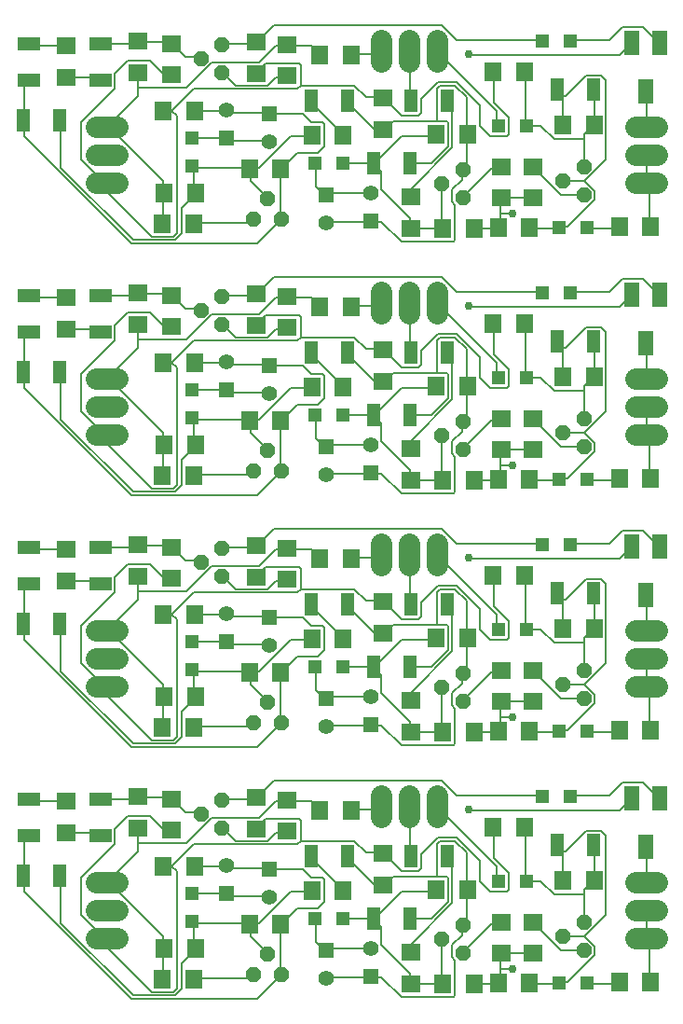
<source format=gbr>
G04 EAGLE Gerber X2 export*
%TF.Part,Single*%
%TF.FileFunction,Copper,L1,Top,Mixed*%
%TF.FilePolarity,Positive*%
%TF.GenerationSoftware,Autodesk,EAGLE,9.2.2*%
%TF.CreationDate,2019-06-08T20:53:53Z*%
G75*
%MOMM*%
%FSLAX34Y34*%
%LPD*%
%INTop Copper*%
%AMOC8*
5,1,8,0,0,1.08239X$1,22.5*%
G01*
%ADD10C,1.408000*%
%ADD11R,1.408000X1.408000*%
%ADD12R,1.320800X2.184400*%
%ADD13C,1.955800*%
%ADD14R,1.600000X1.803000*%
%ADD15P,1.429621X8X112.500000*%
%ADD16P,1.429621X8X22.500000*%
%ADD17R,1.270000X1.270000*%
%ADD18R,1.803000X1.600000*%
%ADD19R,1.270000X2.032000*%
%ADD20R,2.032000X1.270000*%
%ADD21C,0.152400*%
%ADD22C,0.756400*%
%ADD23C,0.203200*%


D10*
X298615Y717146D03*
D11*
X298615Y742546D03*
D10*
X339472Y744487D03*
D11*
X339472Y719087D03*
D12*
X601787Y880830D03*
X589057Y836830D03*
X576327Y880830D03*
D13*
X579642Y804522D02*
X599200Y804522D01*
X599200Y779122D02*
X579642Y779122D01*
X579642Y753722D02*
X599200Y753722D01*
X109200Y804522D02*
X89642Y804522D01*
X89642Y779122D02*
X109200Y779122D01*
X109200Y753722D02*
X89642Y753722D01*
X348621Y863661D02*
X348621Y883219D01*
X374021Y883219D02*
X374021Y863661D01*
X399421Y863661D02*
X399421Y883219D01*
D14*
X565495Y713601D03*
X593935Y713601D03*
D15*
X533395Y767642D03*
X514345Y754942D03*
X533395Y742242D03*
D16*
X258461Y720337D03*
X245761Y739387D03*
X233061Y720337D03*
D15*
X204440Y878962D03*
X185390Y866262D03*
X204440Y853562D03*
D14*
X542379Y805644D03*
X513939Y805644D03*
X483797Y712811D03*
X455357Y712811D03*
D17*
X510728Y712430D03*
X536128Y712430D03*
D18*
X486570Y768225D03*
X486570Y739785D03*
D14*
X450903Y854026D03*
X479343Y854026D03*
D17*
X480577Y805295D03*
X455177Y805295D03*
D14*
X321582Y869328D03*
X293142Y869328D03*
D15*
X423322Y765234D03*
X404272Y752534D03*
X423322Y739834D03*
D18*
X376223Y712118D03*
X376223Y740558D03*
D14*
X405090Y712041D03*
X433530Y712041D03*
D18*
X458012Y768085D03*
X458012Y739645D03*
D14*
X427537Y797357D03*
X399097Y797357D03*
D17*
X288636Y770849D03*
X314036Y770849D03*
D18*
X350887Y830336D03*
X350887Y801896D03*
D14*
X286091Y796837D03*
X314531Y796837D03*
X257725Y766564D03*
X229285Y766564D03*
D10*
X246973Y790621D03*
D11*
X246973Y816021D03*
D10*
X208486Y819620D03*
D11*
X208486Y794220D03*
D14*
X150776Y818570D03*
X179216Y818570D03*
D17*
X177047Y794321D03*
X177047Y768921D03*
D14*
X180310Y744151D03*
X151870Y744151D03*
X178589Y715925D03*
X150149Y715925D03*
D18*
X62755Y849417D03*
X62755Y877857D03*
X263686Y850585D03*
X263686Y879025D03*
X235410Y852666D03*
X235410Y881106D03*
X158383Y851625D03*
X158383Y880065D03*
X128169Y881928D03*
X128169Y853488D03*
D17*
X495477Y882452D03*
X520877Y882452D03*
D19*
X508738Y837939D03*
X541758Y837939D03*
X375799Y827955D03*
X408819Y827955D03*
X342060Y770974D03*
X375080Y770974D03*
X318301Y827805D03*
X285281Y827805D03*
X56760Y810298D03*
X23740Y810298D03*
D20*
X29014Y846780D03*
X29014Y879800D03*
X93747Y846786D03*
X93747Y879806D03*
D10*
X298615Y488546D03*
D11*
X298615Y513946D03*
D10*
X339472Y515887D03*
D11*
X339472Y490487D03*
D12*
X601787Y652230D03*
X589057Y608230D03*
X576327Y652230D03*
D13*
X579642Y575922D02*
X599200Y575922D01*
X599200Y550522D02*
X579642Y550522D01*
X579642Y525122D02*
X599200Y525122D01*
X109200Y575922D02*
X89642Y575922D01*
X89642Y550522D02*
X109200Y550522D01*
X109200Y525122D02*
X89642Y525122D01*
X348621Y635061D02*
X348621Y654619D01*
X374021Y654619D02*
X374021Y635061D01*
X399421Y635061D02*
X399421Y654619D01*
D14*
X565495Y485001D03*
X593935Y485001D03*
D15*
X533395Y539042D03*
X514345Y526342D03*
X533395Y513642D03*
D16*
X258461Y491737D03*
X245761Y510787D03*
X233061Y491737D03*
D15*
X204440Y650362D03*
X185390Y637662D03*
X204440Y624962D03*
D14*
X542379Y577044D03*
X513939Y577044D03*
X483797Y484211D03*
X455357Y484211D03*
D17*
X510728Y483830D03*
X536128Y483830D03*
D18*
X486570Y539625D03*
X486570Y511185D03*
D14*
X450903Y625426D03*
X479343Y625426D03*
D17*
X480577Y576695D03*
X455177Y576695D03*
D14*
X321582Y640728D03*
X293142Y640728D03*
D15*
X423322Y536634D03*
X404272Y523934D03*
X423322Y511234D03*
D18*
X376223Y483518D03*
X376223Y511958D03*
D14*
X405090Y483441D03*
X433530Y483441D03*
D18*
X458012Y539485D03*
X458012Y511045D03*
D14*
X427537Y568757D03*
X399097Y568757D03*
D17*
X288636Y542249D03*
X314036Y542249D03*
D18*
X350887Y601736D03*
X350887Y573296D03*
D14*
X286091Y568237D03*
X314531Y568237D03*
X257725Y537964D03*
X229285Y537964D03*
D10*
X246973Y562021D03*
D11*
X246973Y587421D03*
D10*
X208486Y591020D03*
D11*
X208486Y565620D03*
D14*
X150776Y589970D03*
X179216Y589970D03*
D17*
X177047Y565721D03*
X177047Y540321D03*
D14*
X180310Y515551D03*
X151870Y515551D03*
X178589Y487325D03*
X150149Y487325D03*
D18*
X62755Y620817D03*
X62755Y649257D03*
X263686Y621985D03*
X263686Y650425D03*
X235410Y624066D03*
X235410Y652506D03*
X158383Y623025D03*
X158383Y651465D03*
X128169Y653328D03*
X128169Y624888D03*
D17*
X495477Y653852D03*
X520877Y653852D03*
D19*
X508738Y609339D03*
X541758Y609339D03*
X375799Y599355D03*
X408819Y599355D03*
X342060Y542374D03*
X375080Y542374D03*
X318301Y599205D03*
X285281Y599205D03*
X56760Y581698D03*
X23740Y581698D03*
D20*
X29014Y618180D03*
X29014Y651200D03*
X93747Y618186D03*
X93747Y651206D03*
D10*
X298615Y259946D03*
D11*
X298615Y285346D03*
D10*
X339472Y287287D03*
D11*
X339472Y261887D03*
D12*
X601787Y423630D03*
X589057Y379630D03*
X576327Y423630D03*
D13*
X579642Y347322D02*
X599200Y347322D01*
X599200Y321922D02*
X579642Y321922D01*
X579642Y296522D02*
X599200Y296522D01*
X109200Y347322D02*
X89642Y347322D01*
X89642Y321922D02*
X109200Y321922D01*
X109200Y296522D02*
X89642Y296522D01*
X348621Y406461D02*
X348621Y426019D01*
X374021Y426019D02*
X374021Y406461D01*
X399421Y406461D02*
X399421Y426019D01*
D14*
X565495Y256401D03*
X593935Y256401D03*
D15*
X533395Y310442D03*
X514345Y297742D03*
X533395Y285042D03*
D16*
X258461Y263137D03*
X245761Y282187D03*
X233061Y263137D03*
D15*
X204440Y421762D03*
X185390Y409062D03*
X204440Y396362D03*
D14*
X542379Y348444D03*
X513939Y348444D03*
X483797Y255611D03*
X455357Y255611D03*
D17*
X510728Y255230D03*
X536128Y255230D03*
D18*
X486570Y311025D03*
X486570Y282585D03*
D14*
X450903Y396826D03*
X479343Y396826D03*
D17*
X480577Y348095D03*
X455177Y348095D03*
D14*
X321582Y412128D03*
X293142Y412128D03*
D15*
X423322Y308034D03*
X404272Y295334D03*
X423322Y282634D03*
D18*
X376223Y254918D03*
X376223Y283358D03*
D14*
X405090Y254841D03*
X433530Y254841D03*
D18*
X458012Y310885D03*
X458012Y282445D03*
D14*
X427537Y340157D03*
X399097Y340157D03*
D17*
X288636Y313649D03*
X314036Y313649D03*
D18*
X350887Y373136D03*
X350887Y344696D03*
D14*
X286091Y339637D03*
X314531Y339637D03*
X257725Y309364D03*
X229285Y309364D03*
D10*
X246973Y333421D03*
D11*
X246973Y358821D03*
D10*
X208486Y362420D03*
D11*
X208486Y337020D03*
D14*
X150776Y361370D03*
X179216Y361370D03*
D17*
X177047Y337121D03*
X177047Y311721D03*
D14*
X180310Y286951D03*
X151870Y286951D03*
X178589Y258725D03*
X150149Y258725D03*
D18*
X62755Y392217D03*
X62755Y420657D03*
X263686Y393385D03*
X263686Y421825D03*
X235410Y395466D03*
X235410Y423906D03*
X158383Y394425D03*
X158383Y422865D03*
X128169Y424728D03*
X128169Y396288D03*
D17*
X495477Y425252D03*
X520877Y425252D03*
D19*
X508738Y380739D03*
X541758Y380739D03*
X375799Y370755D03*
X408819Y370755D03*
X342060Y313774D03*
X375080Y313774D03*
X318301Y370605D03*
X285281Y370605D03*
X56760Y353098D03*
X23740Y353098D03*
D20*
X29014Y389580D03*
X29014Y422600D03*
X93747Y389586D03*
X93747Y422606D03*
D10*
X298615Y31346D03*
D11*
X298615Y56746D03*
D10*
X339472Y58687D03*
D11*
X339472Y33287D03*
D12*
X601787Y195030D03*
X589057Y151030D03*
X576327Y195030D03*
D13*
X579642Y118722D02*
X599200Y118722D01*
X599200Y93322D02*
X579642Y93322D01*
X579642Y67922D02*
X599200Y67922D01*
X109200Y118722D02*
X89642Y118722D01*
X89642Y93322D02*
X109200Y93322D01*
X109200Y67922D02*
X89642Y67922D01*
X348621Y177861D02*
X348621Y197419D01*
X374021Y197419D02*
X374021Y177861D01*
X399421Y177861D02*
X399421Y197419D01*
D14*
X565495Y27801D03*
X593935Y27801D03*
D15*
X533395Y81842D03*
X514345Y69142D03*
X533395Y56442D03*
D16*
X258461Y34537D03*
X245761Y53587D03*
X233061Y34537D03*
D15*
X204440Y193162D03*
X185390Y180462D03*
X204440Y167762D03*
D14*
X542379Y119844D03*
X513939Y119844D03*
X483797Y27011D03*
X455357Y27011D03*
D17*
X510728Y26630D03*
X536128Y26630D03*
D18*
X486570Y82425D03*
X486570Y53985D03*
D14*
X450903Y168226D03*
X479343Y168226D03*
D17*
X480577Y119495D03*
X455177Y119495D03*
D14*
X321582Y183528D03*
X293142Y183528D03*
D15*
X423322Y79434D03*
X404272Y66734D03*
X423322Y54034D03*
D18*
X376223Y26318D03*
X376223Y54758D03*
D14*
X405090Y26241D03*
X433530Y26241D03*
D18*
X458012Y82285D03*
X458012Y53845D03*
D14*
X427537Y111557D03*
X399097Y111557D03*
D17*
X288636Y85049D03*
X314036Y85049D03*
D18*
X350887Y144536D03*
X350887Y116096D03*
D14*
X286091Y111037D03*
X314531Y111037D03*
X257725Y80764D03*
X229285Y80764D03*
D10*
X246973Y104821D03*
D11*
X246973Y130221D03*
D10*
X208486Y133820D03*
D11*
X208486Y108420D03*
D14*
X150776Y132770D03*
X179216Y132770D03*
D17*
X177047Y108521D03*
X177047Y83121D03*
D14*
X180310Y58351D03*
X151870Y58351D03*
X178589Y30125D03*
X150149Y30125D03*
D18*
X62755Y163617D03*
X62755Y192057D03*
X263686Y164785D03*
X263686Y193225D03*
X235410Y166866D03*
X235410Y195306D03*
X158383Y165825D03*
X158383Y194265D03*
X128169Y196128D03*
X128169Y167688D03*
D17*
X495477Y196652D03*
X520877Y196652D03*
D19*
X508738Y152139D03*
X541758Y152139D03*
X375799Y142155D03*
X408819Y142155D03*
X342060Y85174D03*
X375080Y85174D03*
X318301Y142005D03*
X285281Y142005D03*
X56760Y124498D03*
X23740Y124498D03*
D20*
X29014Y160980D03*
X29014Y194000D03*
X93747Y160986D03*
X93747Y194006D03*
D21*
X150876Y852424D02*
X156972Y852424D01*
X150876Y852424D02*
X138684Y864616D01*
X118872Y864616D01*
X106680Y852424D01*
X106680Y838708D01*
X76200Y808228D01*
X76200Y774700D01*
X96012Y754888D01*
X99060Y754888D01*
X156972Y852424D02*
X158383Y851625D01*
X99060Y754888D02*
X99421Y753722D01*
X150876Y818896D02*
X158496Y818896D01*
X178308Y838708D01*
X272796Y838708D01*
X275844Y841756D01*
X275844Y860044D01*
X274320Y861568D01*
X243840Y861568D01*
X236220Y853948D01*
X150876Y818896D02*
X150776Y818570D01*
X235410Y852666D02*
X236220Y853948D01*
X335280Y831088D02*
X350520Y831088D01*
X335280Y831088D02*
X324612Y841756D01*
X275844Y841756D01*
X350520Y831088D02*
X350887Y830336D01*
X451104Y826516D02*
X451104Y853948D01*
X451104Y826516D02*
X464820Y812800D01*
X464820Y797560D01*
X463296Y796036D01*
X448056Y796036D01*
X438912Y805180D01*
X438912Y823468D01*
X417576Y844804D01*
X400812Y844804D01*
X385572Y829564D01*
X385572Y817372D01*
X382524Y814324D01*
X367284Y814324D01*
X352044Y829564D01*
X450903Y854026D02*
X451104Y853948D01*
X352044Y829564D02*
X350887Y830336D01*
X100584Y753364D02*
X100584Y744220D01*
X140208Y704596D01*
X160020Y704596D01*
X163068Y707644D01*
X163068Y814324D01*
X158496Y818896D01*
X100584Y753364D02*
X99421Y753722D01*
X150776Y818570D02*
X158496Y818896D01*
X576072Y879856D02*
X576226Y880445D01*
X576327Y880830D01*
D22*
X428494Y870406D03*
D23*
X565594Y869813D02*
X576226Y880445D01*
X565594Y869813D02*
X429087Y869813D01*
X428494Y870406D01*
D21*
X589788Y835660D02*
X589788Y805180D01*
X589788Y835660D02*
X589057Y836830D01*
X589788Y805180D02*
X589421Y804522D01*
X592836Y750316D02*
X592836Y713740D01*
X592836Y750316D02*
X589788Y753364D01*
X592836Y713740D02*
X593935Y713601D01*
X589788Y753364D02*
X589421Y753722D01*
X589788Y754888D02*
X589788Y777748D01*
X589421Y779122D01*
X589788Y754888D02*
X589421Y753722D01*
X454152Y806704D02*
X454152Y818896D01*
X400812Y872236D01*
X454152Y806704D02*
X455177Y805295D01*
X400812Y872236D02*
X399421Y873440D01*
X374904Y415036D02*
X374904Y370840D01*
X375799Y370755D01*
X374904Y415036D02*
X374021Y416240D01*
X345948Y870712D02*
X323088Y870712D01*
X345948Y870712D02*
X347472Y872236D01*
X323088Y870712D02*
X321582Y869328D01*
X347472Y872236D02*
X348621Y873440D01*
X536448Y712216D02*
X565404Y712216D01*
X536448Y712216D02*
X536128Y712430D01*
X565404Y712216D02*
X565495Y713601D01*
X480060Y806704D02*
X480060Y853948D01*
X480060Y806704D02*
X480577Y805295D01*
X480060Y853948D02*
X479343Y854026D01*
X542544Y837184D02*
X542544Y806704D01*
X542379Y805644D01*
X542544Y837184D02*
X541758Y837939D01*
X533400Y797560D02*
X533400Y792988D01*
X533400Y768604D01*
X533400Y797560D02*
X541020Y805180D01*
X533400Y768604D02*
X533395Y767642D01*
X541020Y805180D02*
X542379Y805644D01*
X493776Y805180D02*
X481584Y805180D01*
X493776Y805180D02*
X505968Y792988D01*
X533400Y792988D01*
X481584Y805180D02*
X480577Y805295D01*
X513588Y806704D02*
X513588Y832612D01*
X509016Y837184D01*
X513588Y806704D02*
X513939Y805644D01*
X509016Y837184D02*
X508738Y837939D01*
X510540Y712216D02*
X484632Y712216D01*
X510540Y712216D02*
X510728Y712430D01*
X484632Y712216D02*
X483797Y712811D01*
X512064Y713740D02*
X518160Y713740D01*
X542544Y738124D01*
X542544Y745744D01*
X533400Y754888D01*
X515112Y754888D01*
X512064Y713740D02*
X510728Y712430D01*
X514345Y754942D02*
X515112Y754888D01*
X516636Y832612D02*
X513588Y832612D01*
X516636Y832612D02*
X534924Y850900D01*
X548640Y850900D01*
X553212Y846328D01*
X553212Y774700D01*
X533400Y754888D01*
X513588Y832612D02*
X508738Y837939D01*
X454152Y712216D02*
X434340Y712216D01*
X433530Y712041D01*
X454152Y712216D02*
X455357Y712811D01*
X457200Y715264D02*
X457200Y725932D01*
X457200Y738124D01*
X457200Y715264D02*
X455676Y713740D01*
X457200Y738124D02*
X458012Y739645D01*
X455676Y713740D02*
X455357Y712811D01*
X458724Y739648D02*
X486156Y739648D01*
X486570Y739785D01*
X458724Y739648D02*
X458012Y739645D01*
X284988Y878332D02*
X265176Y878332D01*
X284988Y878332D02*
X292608Y870712D01*
X265176Y878332D02*
X263686Y879025D01*
X292608Y870712D02*
X293142Y869328D01*
X150876Y742696D02*
X150876Y716788D01*
X150149Y715925D01*
X150876Y742696D02*
X151870Y744151D01*
X128016Y832612D02*
X128016Y840232D01*
X128016Y852424D01*
X128016Y832612D02*
X100584Y805180D01*
X128016Y852424D02*
X128169Y853488D01*
X150876Y754888D02*
X150876Y744220D01*
X150876Y754888D02*
X100584Y805180D01*
X150876Y744220D02*
X151870Y744151D01*
X100584Y805180D02*
X99421Y804522D01*
X252984Y878332D02*
X263652Y878332D01*
X252984Y878332D02*
X237744Y863092D01*
X195072Y863092D01*
X172212Y840232D01*
X128016Y840232D01*
X263652Y878332D02*
X263686Y879025D01*
X457200Y725932D02*
X467868Y725932D01*
D22*
X467868Y725932D03*
D21*
X487680Y767080D02*
X512064Y742696D01*
X531876Y742696D01*
X487680Y767080D02*
X486570Y768225D01*
X531876Y742696D02*
X533395Y742242D01*
X457200Y767080D02*
X449580Y767080D01*
X423672Y741172D01*
X457200Y767080D02*
X458012Y768085D01*
X423672Y741172D02*
X423322Y739834D01*
X338328Y718312D02*
X298704Y718312D01*
X298615Y717146D01*
X338328Y718312D02*
X339472Y719087D01*
X426720Y768604D02*
X426720Y796036D01*
X426720Y768604D02*
X423672Y765556D01*
X426720Y796036D02*
X427537Y797357D01*
X423672Y765556D02*
X423322Y765234D01*
X350520Y802132D02*
X342900Y802132D01*
X318516Y826516D01*
X350520Y802132D02*
X350887Y801896D01*
X318516Y826516D02*
X318301Y827805D01*
X376428Y771652D02*
X394716Y771652D01*
X409956Y786892D01*
X409956Y808228D01*
X408432Y809752D01*
X399288Y809752D02*
X359664Y809752D01*
X399288Y809752D02*
X408432Y809752D01*
X359664Y809752D02*
X352044Y802132D01*
X375080Y770974D02*
X376428Y771652D01*
X352044Y802132D02*
X350887Y801896D01*
X426720Y797560D02*
X426720Y831088D01*
X416052Y841756D01*
X402336Y841756D01*
X399288Y838708D01*
X399288Y809752D01*
X426720Y797560D02*
X427537Y797357D01*
X348996Y718312D02*
X339852Y718312D01*
X348996Y718312D02*
X367284Y700024D01*
X414528Y700024D01*
X416052Y701548D01*
X416052Y733552D01*
X413004Y736600D01*
X413004Y747268D01*
X422148Y756412D01*
X422148Y764032D01*
X339472Y719087D02*
X339852Y718312D01*
X422148Y764032D02*
X423322Y765234D01*
X403860Y712216D02*
X376428Y712216D01*
X376223Y712118D01*
X405090Y712041D02*
X405384Y712216D01*
X403860Y712216D02*
X403860Y751840D01*
X404272Y752534D01*
X403860Y712216D02*
X405090Y712041D01*
X341376Y771652D02*
X315468Y771652D01*
X314036Y770849D01*
X341376Y771652D02*
X342060Y770974D01*
X367284Y796036D02*
X397764Y796036D01*
X367284Y796036D02*
X342900Y771652D01*
X397764Y796036D02*
X399097Y797357D01*
X342900Y771652D02*
X342060Y770974D01*
X374904Y721360D02*
X374904Y712216D01*
X374904Y721360D02*
X348996Y747268D01*
X348996Y764032D01*
X342900Y770128D01*
X374904Y712216D02*
X376223Y712118D01*
X342900Y770128D02*
X342060Y770974D01*
X289560Y770128D02*
X289560Y750316D01*
X297180Y742696D01*
X289560Y770128D02*
X288636Y770849D01*
X297180Y742696D02*
X298615Y742546D01*
X300228Y744220D02*
X338328Y744220D01*
X300228Y744220D02*
X298704Y742696D01*
X338328Y744220D02*
X339472Y744487D01*
X298704Y742696D02*
X298615Y742546D01*
X207264Y818896D02*
X179832Y818896D01*
X179216Y818570D01*
X207264Y818896D02*
X208486Y819620D01*
X210312Y817372D02*
X246888Y817372D01*
X210312Y817372D02*
X208788Y818896D01*
X246888Y817372D02*
X246973Y816021D01*
X208788Y818896D02*
X208486Y819620D01*
X24384Y811276D02*
X24384Y841756D01*
X28956Y846328D01*
X24384Y811276D02*
X23740Y810298D01*
X28956Y846328D02*
X29014Y846780D01*
X257556Y765556D02*
X257556Y721360D01*
X257556Y765556D02*
X257725Y766564D01*
X257556Y721360D02*
X258461Y720337D01*
X24384Y796036D02*
X24384Y809752D01*
X24384Y796036D02*
X121920Y698500D01*
X236220Y698500D01*
X257556Y719836D01*
X24384Y809752D02*
X23740Y810298D01*
X257556Y719836D02*
X258461Y720337D01*
X248412Y815848D02*
X277368Y815848D01*
X284988Y808228D01*
X295656Y808228D01*
X297180Y806704D01*
X297180Y786892D01*
X291084Y780796D01*
X272796Y780796D01*
X259080Y767080D01*
X248412Y815848D02*
X246973Y816021D01*
X259080Y767080D02*
X257725Y766564D01*
X207264Y794512D02*
X178308Y794512D01*
X177047Y794321D01*
X207264Y794512D02*
X208486Y794220D01*
X210312Y791464D02*
X246888Y791464D01*
X210312Y791464D02*
X208788Y792988D01*
X246888Y791464D02*
X246973Y790621D01*
X208788Y792988D02*
X208486Y794220D01*
X230124Y765556D02*
X230124Y754888D01*
X245364Y739648D01*
X230124Y765556D02*
X229285Y766564D01*
X245364Y739648D02*
X245761Y739387D01*
X266700Y796036D02*
X284988Y796036D01*
X266700Y796036D02*
X237744Y767080D01*
X230124Y767080D01*
X284988Y796036D02*
X286091Y796837D01*
X230124Y767080D02*
X229285Y766564D01*
X178308Y767080D02*
X178308Y745744D01*
X178308Y767080D02*
X178308Y768604D01*
X178308Y745744D02*
X179832Y744220D01*
X178308Y768604D02*
X177047Y768921D01*
X179832Y744220D02*
X180310Y744151D01*
X57912Y767080D02*
X57912Y809752D01*
X57912Y767080D02*
X123444Y701548D01*
X161544Y701548D01*
X167640Y707644D01*
X167640Y730504D01*
X179832Y742696D01*
X57912Y809752D02*
X56760Y810298D01*
X180310Y744151D02*
X179832Y742696D01*
X178308Y767080D02*
X228600Y767080D01*
X229285Y766564D01*
X178308Y767080D02*
X177047Y768921D01*
X179832Y716788D02*
X228600Y716788D01*
X231648Y719836D01*
X179832Y716788D02*
X178589Y715925D01*
X231648Y719836D02*
X233061Y720337D01*
X156972Y881380D02*
X129540Y881380D01*
X128169Y881928D01*
X156972Y881380D02*
X158383Y880065D01*
X126492Y879856D02*
X94488Y879856D01*
X126492Y879856D02*
X128016Y881380D01*
X94488Y879856D02*
X93747Y879806D01*
X128016Y881380D02*
X128169Y881928D01*
X170688Y867664D02*
X184404Y867664D01*
X170688Y867664D02*
X158496Y879856D01*
X184404Y867664D02*
X185390Y866262D01*
X158496Y879856D02*
X158383Y880065D01*
X252984Y849376D02*
X263652Y849376D01*
X252984Y849376D02*
X245364Y841756D01*
X216408Y841756D01*
X205740Y852424D01*
X263686Y850585D02*
X263652Y849376D01*
X205740Y852424D02*
X204440Y853562D01*
X417576Y882904D02*
X495300Y882904D01*
X417576Y882904D02*
X403860Y896620D01*
X251460Y896620D01*
X236220Y881380D01*
X495300Y882904D02*
X495477Y882452D01*
X236220Y881380D02*
X235410Y881106D01*
X234696Y879856D02*
X205740Y879856D01*
X204440Y878962D01*
X234696Y879856D02*
X235410Y881106D01*
X521208Y882904D02*
X556260Y882904D01*
X568452Y895096D01*
X586740Y895096D01*
X600456Y881380D01*
X521208Y882904D02*
X520877Y882452D01*
X600456Y881380D02*
X601787Y880830D01*
X376428Y748792D02*
X376428Y741172D01*
X376428Y748792D02*
X413004Y785368D01*
X413004Y823468D01*
X409956Y826516D01*
X376428Y741172D02*
X376223Y740558D01*
X409956Y826516D02*
X408819Y827955D01*
X313944Y797560D02*
X284988Y826516D01*
X313944Y797560D02*
X314531Y796837D01*
X284988Y826516D02*
X285281Y827805D01*
X62484Y878332D02*
X30480Y878332D01*
X62484Y878332D02*
X62755Y877857D01*
X30480Y878332D02*
X29014Y879800D01*
X64008Y849376D02*
X91440Y849376D01*
X92964Y847852D01*
X64008Y849376D02*
X62755Y849417D01*
X92964Y847852D02*
X93747Y846786D01*
X150876Y623824D02*
X156972Y623824D01*
X150876Y623824D02*
X138684Y636016D01*
X118872Y636016D01*
X106680Y623824D01*
X106680Y610108D01*
X76200Y579628D01*
X76200Y546100D01*
X96012Y526288D01*
X99060Y526288D01*
X156972Y623824D02*
X158383Y623025D01*
X99060Y526288D02*
X99421Y525122D01*
X150876Y590296D02*
X158496Y590296D01*
X178308Y610108D01*
X272796Y610108D01*
X275844Y613156D01*
X275844Y631444D01*
X274320Y632968D01*
X243840Y632968D01*
X236220Y625348D01*
X150876Y590296D02*
X150776Y589970D01*
X235410Y624066D02*
X236220Y625348D01*
X335280Y602488D02*
X350520Y602488D01*
X335280Y602488D02*
X324612Y613156D01*
X275844Y613156D01*
X350520Y602488D02*
X350887Y601736D01*
X451104Y597916D02*
X451104Y625348D01*
X451104Y597916D02*
X464820Y584200D01*
X464820Y568960D01*
X463296Y567436D01*
X448056Y567436D01*
X438912Y576580D01*
X438912Y594868D01*
X417576Y616204D01*
X400812Y616204D01*
X385572Y600964D01*
X385572Y588772D01*
X382524Y585724D01*
X367284Y585724D01*
X352044Y600964D01*
X450903Y625426D02*
X451104Y625348D01*
X352044Y600964D02*
X350887Y601736D01*
X100584Y524764D02*
X100584Y515620D01*
X140208Y475996D01*
X160020Y475996D01*
X163068Y479044D01*
X163068Y585724D01*
X158496Y590296D01*
X100584Y524764D02*
X99421Y525122D01*
X150776Y589970D02*
X158496Y590296D01*
X576072Y651256D02*
X576226Y651845D01*
X576327Y652230D01*
D22*
X428494Y641806D03*
D23*
X565594Y641213D02*
X576226Y651845D01*
X565594Y641213D02*
X429087Y641213D01*
X428494Y641806D01*
D21*
X589788Y607060D02*
X589788Y576580D01*
X589788Y607060D02*
X589057Y608230D01*
X589788Y576580D02*
X589421Y575922D01*
X592836Y521716D02*
X592836Y485140D01*
X592836Y521716D02*
X589788Y524764D01*
X592836Y485140D02*
X593935Y485001D01*
X589788Y524764D02*
X589421Y525122D01*
X589788Y526288D02*
X589788Y549148D01*
X589421Y550522D01*
X589788Y526288D02*
X589421Y525122D01*
X454152Y578104D02*
X454152Y590296D01*
X400812Y643636D01*
X454152Y578104D02*
X455177Y576695D01*
X400812Y643636D02*
X399421Y644840D01*
X374904Y643636D02*
X374904Y599440D01*
X375799Y599355D01*
X374904Y643636D02*
X374021Y644840D01*
X345948Y642112D02*
X323088Y642112D01*
X345948Y642112D02*
X347472Y643636D01*
X323088Y642112D02*
X321582Y640728D01*
X347472Y643636D02*
X348621Y644840D01*
X536448Y483616D02*
X565404Y483616D01*
X536448Y483616D02*
X536128Y483830D01*
X565404Y483616D02*
X565495Y485001D01*
X480060Y578104D02*
X480060Y625348D01*
X480060Y578104D02*
X480577Y576695D01*
X480060Y625348D02*
X479343Y625426D01*
X542544Y608584D02*
X542544Y578104D01*
X542379Y577044D01*
X542544Y608584D02*
X541758Y609339D01*
X533400Y568960D02*
X533400Y564388D01*
X533400Y540004D01*
X533400Y568960D02*
X541020Y576580D01*
X533400Y540004D02*
X533395Y539042D01*
X541020Y576580D02*
X542379Y577044D01*
X493776Y576580D02*
X481584Y576580D01*
X493776Y576580D02*
X505968Y564388D01*
X533400Y564388D01*
X481584Y576580D02*
X480577Y576695D01*
X513588Y578104D02*
X513588Y604012D01*
X509016Y608584D01*
X513588Y578104D02*
X513939Y577044D01*
X509016Y608584D02*
X508738Y609339D01*
X510540Y483616D02*
X484632Y483616D01*
X510540Y483616D02*
X510728Y483830D01*
X484632Y483616D02*
X483797Y484211D01*
X512064Y485140D02*
X518160Y485140D01*
X542544Y509524D01*
X542544Y517144D01*
X533400Y526288D01*
X515112Y526288D01*
X512064Y485140D02*
X510728Y483830D01*
X514345Y526342D02*
X515112Y526288D01*
X516636Y604012D02*
X513588Y604012D01*
X516636Y604012D02*
X534924Y622300D01*
X548640Y622300D01*
X553212Y617728D01*
X553212Y546100D01*
X533400Y526288D01*
X513588Y604012D02*
X508738Y609339D01*
X454152Y483616D02*
X434340Y483616D01*
X433530Y483441D01*
X454152Y483616D02*
X455357Y484211D01*
X457200Y486664D02*
X457200Y497332D01*
X457200Y509524D01*
X457200Y486664D02*
X455676Y485140D01*
X457200Y509524D02*
X458012Y511045D01*
X455676Y485140D02*
X455357Y484211D01*
X458724Y511048D02*
X486156Y511048D01*
X486570Y511185D01*
X458724Y511048D02*
X458012Y511045D01*
X284988Y649732D02*
X265176Y649732D01*
X284988Y649732D02*
X292608Y642112D01*
X265176Y649732D02*
X263686Y650425D01*
X292608Y642112D02*
X293142Y640728D01*
X150876Y514096D02*
X150876Y488188D01*
X150149Y487325D01*
X150876Y514096D02*
X151870Y515551D01*
X128016Y604012D02*
X128016Y611632D01*
X128016Y623824D01*
X128016Y604012D02*
X100584Y576580D01*
X128016Y623824D02*
X128169Y624888D01*
X150876Y526288D02*
X150876Y515620D01*
X150876Y526288D02*
X100584Y576580D01*
X150876Y515620D02*
X151870Y515551D01*
X100584Y576580D02*
X99421Y575922D01*
X252984Y649732D02*
X263652Y649732D01*
X252984Y649732D02*
X237744Y634492D01*
X195072Y634492D01*
X172212Y611632D01*
X128016Y611632D01*
X263652Y649732D02*
X263686Y650425D01*
X457200Y497332D02*
X467868Y497332D01*
D22*
X467868Y497332D03*
D21*
X487680Y538480D02*
X512064Y514096D01*
X531876Y514096D01*
X487680Y538480D02*
X486570Y539625D01*
X531876Y514096D02*
X533395Y513642D01*
X457200Y538480D02*
X449580Y538480D01*
X423672Y512572D01*
X457200Y538480D02*
X458012Y539485D01*
X423672Y512572D02*
X423322Y511234D01*
X338328Y489712D02*
X298704Y489712D01*
X298615Y488546D01*
X338328Y489712D02*
X339472Y490487D01*
X426720Y540004D02*
X426720Y567436D01*
X426720Y540004D02*
X423672Y536956D01*
X426720Y567436D02*
X427537Y568757D01*
X423672Y536956D02*
X423322Y536634D01*
X350520Y573532D02*
X342900Y573532D01*
X318516Y597916D01*
X350520Y573532D02*
X350887Y573296D01*
X318516Y597916D02*
X318301Y599205D01*
X376428Y543052D02*
X394716Y543052D01*
X409956Y558292D01*
X409956Y579628D01*
X408432Y581152D01*
X399288Y581152D02*
X359664Y581152D01*
X399288Y581152D02*
X408432Y581152D01*
X359664Y581152D02*
X352044Y573532D01*
X375080Y542374D02*
X376428Y543052D01*
X352044Y573532D02*
X350887Y573296D01*
X426720Y568960D02*
X426720Y602488D01*
X416052Y613156D01*
X402336Y613156D01*
X399288Y610108D01*
X399288Y581152D01*
X426720Y568960D02*
X427537Y568757D01*
X348996Y489712D02*
X339852Y489712D01*
X348996Y489712D02*
X367284Y471424D01*
X414528Y471424D01*
X416052Y472948D01*
X416052Y504952D01*
X413004Y508000D01*
X413004Y518668D01*
X422148Y527812D01*
X422148Y535432D01*
X339472Y490487D02*
X339852Y489712D01*
X422148Y535432D02*
X423322Y536634D01*
X403860Y483616D02*
X376428Y483616D01*
X376223Y483518D01*
X405090Y483441D02*
X405384Y483616D01*
X403860Y483616D02*
X403860Y523240D01*
X404272Y523934D01*
X403860Y483616D02*
X405090Y483441D01*
X341376Y543052D02*
X315468Y543052D01*
X314036Y542249D01*
X341376Y543052D02*
X342060Y542374D01*
X367284Y567436D02*
X397764Y567436D01*
X367284Y567436D02*
X342900Y543052D01*
X397764Y567436D02*
X399097Y568757D01*
X342900Y543052D02*
X342060Y542374D01*
X374904Y492760D02*
X374904Y483616D01*
X374904Y492760D02*
X348996Y518668D01*
X348996Y535432D01*
X342900Y541528D01*
X374904Y483616D02*
X376223Y483518D01*
X342900Y541528D02*
X342060Y542374D01*
X289560Y541528D02*
X289560Y521716D01*
X297180Y514096D01*
X289560Y541528D02*
X288636Y542249D01*
X297180Y514096D02*
X298615Y513946D01*
X300228Y515620D02*
X338328Y515620D01*
X300228Y515620D02*
X298704Y514096D01*
X338328Y515620D02*
X339472Y515887D01*
X298704Y514096D02*
X298615Y513946D01*
X207264Y590296D02*
X179832Y590296D01*
X179216Y589970D01*
X207264Y590296D02*
X208486Y591020D01*
X210312Y588772D02*
X246888Y588772D01*
X210312Y588772D02*
X208788Y590296D01*
X246888Y588772D02*
X246973Y587421D01*
X208788Y590296D02*
X208486Y591020D01*
X24384Y582676D02*
X24384Y613156D01*
X28956Y617728D01*
X24384Y582676D02*
X23740Y581698D01*
X28956Y617728D02*
X29014Y618180D01*
X257556Y536956D02*
X257556Y492760D01*
X257556Y536956D02*
X257725Y537964D01*
X257556Y492760D02*
X258461Y491737D01*
X24384Y567436D02*
X24384Y581152D01*
X24384Y567436D02*
X121920Y469900D01*
X236220Y469900D01*
X257556Y491236D01*
X24384Y581152D02*
X23740Y581698D01*
X257556Y491236D02*
X258461Y491737D01*
X248412Y587248D02*
X277368Y587248D01*
X284988Y579628D01*
X295656Y579628D01*
X297180Y578104D01*
X297180Y558292D01*
X291084Y552196D01*
X272796Y552196D01*
X259080Y538480D01*
X248412Y587248D02*
X246973Y587421D01*
X259080Y538480D02*
X257725Y537964D01*
X207264Y565912D02*
X178308Y565912D01*
X177047Y565721D01*
X207264Y565912D02*
X208486Y565620D01*
X210312Y562864D02*
X246888Y562864D01*
X210312Y562864D02*
X208788Y564388D01*
X246888Y562864D02*
X246973Y562021D01*
X208788Y564388D02*
X208486Y565620D01*
X230124Y536956D02*
X230124Y526288D01*
X245364Y511048D01*
X230124Y536956D02*
X229285Y537964D01*
X245364Y511048D02*
X245761Y510787D01*
X266700Y567436D02*
X284988Y567436D01*
X266700Y567436D02*
X237744Y538480D01*
X230124Y538480D01*
X284988Y567436D02*
X286091Y568237D01*
X230124Y538480D02*
X229285Y537964D01*
X178308Y538480D02*
X178308Y517144D01*
X178308Y538480D02*
X178308Y540004D01*
X178308Y517144D02*
X179832Y515620D01*
X178308Y540004D02*
X177047Y540321D01*
X179832Y515620D02*
X180310Y515551D01*
X57912Y538480D02*
X57912Y581152D01*
X57912Y538480D02*
X123444Y472948D01*
X161544Y472948D01*
X167640Y479044D01*
X167640Y501904D01*
X179832Y514096D01*
X57912Y581152D02*
X56760Y581698D01*
X180310Y515551D02*
X179832Y514096D01*
X178308Y538480D02*
X228600Y538480D01*
X229285Y537964D01*
X178308Y538480D02*
X177047Y540321D01*
X179832Y488188D02*
X228600Y488188D01*
X231648Y491236D01*
X179832Y488188D02*
X178589Y487325D01*
X231648Y491236D02*
X233061Y491737D01*
X156972Y652780D02*
X129540Y652780D01*
X128169Y653328D01*
X156972Y652780D02*
X158383Y651465D01*
X126492Y651256D02*
X94488Y651256D01*
X126492Y651256D02*
X128016Y652780D01*
X94488Y651256D02*
X93747Y651206D01*
X128016Y652780D02*
X128169Y653328D01*
X170688Y639064D02*
X184404Y639064D01*
X170688Y639064D02*
X158496Y651256D01*
X184404Y639064D02*
X185390Y637662D01*
X158496Y651256D02*
X158383Y651465D01*
X252984Y620776D02*
X263652Y620776D01*
X252984Y620776D02*
X245364Y613156D01*
X216408Y613156D01*
X205740Y623824D01*
X263686Y621985D02*
X263652Y620776D01*
X205740Y623824D02*
X204440Y624962D01*
X417576Y654304D02*
X495300Y654304D01*
X417576Y654304D02*
X403860Y668020D01*
X251460Y668020D01*
X236220Y652780D01*
X495300Y654304D02*
X495477Y653852D01*
X236220Y652780D02*
X235410Y652506D01*
X234696Y651256D02*
X205740Y651256D01*
X204440Y650362D01*
X234696Y651256D02*
X235410Y652506D01*
X521208Y654304D02*
X556260Y654304D01*
X568452Y666496D01*
X586740Y666496D01*
X600456Y652780D01*
X521208Y654304D02*
X520877Y653852D01*
X600456Y652780D02*
X601787Y652230D01*
X376428Y520192D02*
X376428Y512572D01*
X376428Y520192D02*
X413004Y556768D01*
X413004Y594868D01*
X409956Y597916D01*
X376428Y512572D02*
X376223Y511958D01*
X409956Y597916D02*
X408819Y599355D01*
X313944Y568960D02*
X284988Y597916D01*
X313944Y568960D02*
X314531Y568237D01*
X284988Y597916D02*
X285281Y599205D01*
X62484Y649732D02*
X30480Y649732D01*
X62484Y649732D02*
X62755Y649257D01*
X30480Y649732D02*
X29014Y651200D01*
X64008Y620776D02*
X91440Y620776D01*
X92964Y619252D01*
X64008Y620776D02*
X62755Y620817D01*
X92964Y619252D02*
X93747Y618186D01*
X150876Y395224D02*
X156972Y395224D01*
X150876Y395224D02*
X138684Y407416D01*
X118872Y407416D01*
X106680Y395224D01*
X106680Y381508D01*
X76200Y351028D01*
X76200Y317500D01*
X96012Y297688D01*
X99060Y297688D01*
X156972Y395224D02*
X158383Y394425D01*
X99060Y297688D02*
X99421Y296522D01*
X150876Y361696D02*
X158496Y361696D01*
X178308Y381508D01*
X272796Y381508D01*
X275844Y384556D01*
X275844Y402844D01*
X274320Y404368D01*
X243840Y404368D01*
X236220Y396748D01*
X150876Y361696D02*
X150776Y361370D01*
X235410Y395466D02*
X236220Y396748D01*
X335280Y373888D02*
X350520Y373888D01*
X335280Y373888D02*
X324612Y384556D01*
X275844Y384556D01*
X350520Y373888D02*
X350887Y373136D01*
X451104Y369316D02*
X451104Y396748D01*
X451104Y369316D02*
X464820Y355600D01*
X464820Y340360D01*
X463296Y338836D01*
X448056Y338836D01*
X438912Y347980D01*
X438912Y366268D01*
X417576Y387604D01*
X400812Y387604D01*
X385572Y372364D01*
X385572Y360172D01*
X382524Y357124D01*
X367284Y357124D01*
X352044Y372364D01*
X450903Y396826D02*
X451104Y396748D01*
X352044Y372364D02*
X350887Y373136D01*
X100584Y296164D02*
X100584Y287020D01*
X140208Y247396D01*
X160020Y247396D01*
X163068Y250444D01*
X163068Y357124D01*
X158496Y361696D01*
X100584Y296164D02*
X99421Y296522D01*
X150776Y361370D02*
X158496Y361696D01*
X576072Y422656D02*
X576226Y423245D01*
X576327Y423630D01*
D22*
X428494Y413206D03*
D23*
X565594Y412613D02*
X576226Y423245D01*
X565594Y412613D02*
X429087Y412613D01*
X428494Y413206D01*
D21*
X589788Y378460D02*
X589788Y347980D01*
X589788Y378460D02*
X589057Y379630D01*
X589788Y347980D02*
X589421Y347322D01*
X592836Y293116D02*
X592836Y256540D01*
X592836Y293116D02*
X589788Y296164D01*
X592836Y256540D02*
X593935Y256401D01*
X589788Y296164D02*
X589421Y296522D01*
X589788Y297688D02*
X589788Y320548D01*
X589421Y321922D01*
X589788Y297688D02*
X589421Y296522D01*
X454152Y349504D02*
X454152Y361696D01*
X400812Y415036D01*
X454152Y349504D02*
X455177Y348095D01*
X400812Y415036D02*
X399421Y416240D01*
X345948Y413512D02*
X323088Y413512D01*
X345948Y413512D02*
X347472Y415036D01*
X323088Y413512D02*
X321582Y412128D01*
X347472Y415036D02*
X348621Y416240D01*
X536448Y255016D02*
X565404Y255016D01*
X536448Y255016D02*
X536128Y255230D01*
X565404Y255016D02*
X565495Y256401D01*
X480060Y349504D02*
X480060Y396748D01*
X480060Y349504D02*
X480577Y348095D01*
X480060Y396748D02*
X479343Y396826D01*
X542544Y379984D02*
X542544Y349504D01*
X542379Y348444D01*
X542544Y379984D02*
X541758Y380739D01*
X533400Y340360D02*
X533400Y335788D01*
X533400Y311404D01*
X533400Y340360D02*
X541020Y347980D01*
X533400Y311404D02*
X533395Y310442D01*
X541020Y347980D02*
X542379Y348444D01*
X493776Y347980D02*
X481584Y347980D01*
X493776Y347980D02*
X505968Y335788D01*
X533400Y335788D01*
X481584Y347980D02*
X480577Y348095D01*
X513588Y349504D02*
X513588Y375412D01*
X509016Y379984D01*
X513588Y349504D02*
X513939Y348444D01*
X509016Y379984D02*
X508738Y380739D01*
X510540Y255016D02*
X484632Y255016D01*
X510540Y255016D02*
X510728Y255230D01*
X484632Y255016D02*
X483797Y255611D01*
X512064Y256540D02*
X518160Y256540D01*
X542544Y280924D01*
X542544Y288544D01*
X533400Y297688D01*
X515112Y297688D01*
X512064Y256540D02*
X510728Y255230D01*
X514345Y297742D02*
X515112Y297688D01*
X516636Y375412D02*
X513588Y375412D01*
X516636Y375412D02*
X534924Y393700D01*
X548640Y393700D01*
X553212Y389128D01*
X553212Y317500D01*
X533400Y297688D01*
X513588Y375412D02*
X508738Y380739D01*
X454152Y255016D02*
X434340Y255016D01*
X433530Y254841D01*
X454152Y255016D02*
X455357Y255611D01*
X457200Y258064D02*
X457200Y268732D01*
X457200Y280924D01*
X457200Y258064D02*
X455676Y256540D01*
X457200Y280924D02*
X458012Y282445D01*
X455676Y256540D02*
X455357Y255611D01*
X458724Y282448D02*
X486156Y282448D01*
X486570Y282585D01*
X458724Y282448D02*
X458012Y282445D01*
X284988Y421132D02*
X265176Y421132D01*
X284988Y421132D02*
X292608Y413512D01*
X265176Y421132D02*
X263686Y421825D01*
X292608Y413512D02*
X293142Y412128D01*
X150876Y285496D02*
X150876Y259588D01*
X150149Y258725D01*
X150876Y285496D02*
X151870Y286951D01*
X128016Y375412D02*
X128016Y383032D01*
X128016Y395224D01*
X128016Y375412D02*
X100584Y347980D01*
X128016Y395224D02*
X128169Y396288D01*
X150876Y297688D02*
X150876Y287020D01*
X150876Y297688D02*
X100584Y347980D01*
X150876Y287020D02*
X151870Y286951D01*
X100584Y347980D02*
X99421Y347322D01*
X252984Y421132D02*
X263652Y421132D01*
X252984Y421132D02*
X237744Y405892D01*
X195072Y405892D01*
X172212Y383032D01*
X128016Y383032D01*
X263652Y421132D02*
X263686Y421825D01*
X457200Y268732D02*
X467868Y268732D01*
D22*
X467868Y268732D03*
D21*
X487680Y309880D02*
X512064Y285496D01*
X531876Y285496D01*
X487680Y309880D02*
X486570Y311025D01*
X531876Y285496D02*
X533395Y285042D01*
X457200Y309880D02*
X449580Y309880D01*
X423672Y283972D01*
X457200Y309880D02*
X458012Y310885D01*
X423672Y283972D02*
X423322Y282634D01*
X338328Y261112D02*
X298704Y261112D01*
X298615Y259946D01*
X338328Y261112D02*
X339472Y261887D01*
X426720Y311404D02*
X426720Y338836D01*
X426720Y311404D02*
X423672Y308356D01*
X426720Y338836D02*
X427537Y340157D01*
X423672Y308356D02*
X423322Y308034D01*
X350520Y344932D02*
X342900Y344932D01*
X318516Y369316D01*
X350520Y344932D02*
X350887Y344696D01*
X318516Y369316D02*
X318301Y370605D01*
X376428Y314452D02*
X394716Y314452D01*
X409956Y329692D01*
X409956Y351028D01*
X408432Y352552D01*
X399288Y352552D02*
X359664Y352552D01*
X399288Y352552D02*
X408432Y352552D01*
X359664Y352552D02*
X352044Y344932D01*
X375080Y313774D02*
X376428Y314452D01*
X352044Y344932D02*
X350887Y344696D01*
X426720Y340360D02*
X426720Y373888D01*
X416052Y384556D01*
X402336Y384556D01*
X399288Y381508D01*
X399288Y352552D01*
X426720Y340360D02*
X427537Y340157D01*
X348996Y261112D02*
X339852Y261112D01*
X348996Y261112D02*
X367284Y242824D01*
X414528Y242824D01*
X416052Y244348D01*
X416052Y276352D01*
X413004Y279400D01*
X413004Y290068D01*
X422148Y299212D01*
X422148Y306832D01*
X339472Y261887D02*
X339852Y261112D01*
X422148Y306832D02*
X423322Y308034D01*
X403860Y255016D02*
X376428Y255016D01*
X376223Y254918D01*
X405090Y254841D02*
X405384Y255016D01*
X403860Y255016D02*
X403860Y294640D01*
X404272Y295334D01*
X403860Y255016D02*
X405090Y254841D01*
X341376Y314452D02*
X315468Y314452D01*
X314036Y313649D01*
X341376Y314452D02*
X342060Y313774D01*
X367284Y338836D02*
X397764Y338836D01*
X367284Y338836D02*
X342900Y314452D01*
X397764Y338836D02*
X399097Y340157D01*
X342900Y314452D02*
X342060Y313774D01*
X374904Y264160D02*
X374904Y255016D01*
X374904Y264160D02*
X348996Y290068D01*
X348996Y306832D01*
X342900Y312928D01*
X374904Y255016D02*
X376223Y254918D01*
X342900Y312928D02*
X342060Y313774D01*
X289560Y312928D02*
X289560Y293116D01*
X297180Y285496D01*
X289560Y312928D02*
X288636Y313649D01*
X297180Y285496D02*
X298615Y285346D01*
X300228Y287020D02*
X338328Y287020D01*
X300228Y287020D02*
X298704Y285496D01*
X338328Y287020D02*
X339472Y287287D01*
X298704Y285496D02*
X298615Y285346D01*
X207264Y361696D02*
X179832Y361696D01*
X179216Y361370D01*
X207264Y361696D02*
X208486Y362420D01*
X210312Y360172D02*
X246888Y360172D01*
X210312Y360172D02*
X208788Y361696D01*
X246888Y360172D02*
X246973Y358821D01*
X208788Y361696D02*
X208486Y362420D01*
X24384Y354076D02*
X24384Y384556D01*
X28956Y389128D01*
X24384Y354076D02*
X23740Y353098D01*
X28956Y389128D02*
X29014Y389580D01*
X257556Y308356D02*
X257556Y264160D01*
X257556Y308356D02*
X257725Y309364D01*
X257556Y264160D02*
X258461Y263137D01*
X24384Y338836D02*
X24384Y352552D01*
X24384Y338836D02*
X121920Y241300D01*
X236220Y241300D01*
X257556Y262636D01*
X24384Y352552D02*
X23740Y353098D01*
X257556Y262636D02*
X258461Y263137D01*
X248412Y358648D02*
X277368Y358648D01*
X284988Y351028D01*
X295656Y351028D01*
X297180Y349504D01*
X297180Y329692D01*
X291084Y323596D01*
X272796Y323596D01*
X259080Y309880D01*
X248412Y358648D02*
X246973Y358821D01*
X259080Y309880D02*
X257725Y309364D01*
X207264Y337312D02*
X178308Y337312D01*
X177047Y337121D01*
X207264Y337312D02*
X208486Y337020D01*
X210312Y334264D02*
X246888Y334264D01*
X210312Y334264D02*
X208788Y335788D01*
X246888Y334264D02*
X246973Y333421D01*
X208788Y335788D02*
X208486Y337020D01*
X230124Y308356D02*
X230124Y297688D01*
X245364Y282448D01*
X230124Y308356D02*
X229285Y309364D01*
X245364Y282448D02*
X245761Y282187D01*
X266700Y338836D02*
X284988Y338836D01*
X266700Y338836D02*
X237744Y309880D01*
X230124Y309880D01*
X284988Y338836D02*
X286091Y339637D01*
X230124Y309880D02*
X229285Y309364D01*
X178308Y309880D02*
X178308Y288544D01*
X178308Y309880D02*
X178308Y311404D01*
X178308Y288544D02*
X179832Y287020D01*
X178308Y311404D02*
X177047Y311721D01*
X179832Y287020D02*
X180310Y286951D01*
X57912Y309880D02*
X57912Y352552D01*
X57912Y309880D02*
X123444Y244348D01*
X161544Y244348D01*
X167640Y250444D01*
X167640Y273304D01*
X179832Y285496D01*
X57912Y352552D02*
X56760Y353098D01*
X180310Y286951D02*
X179832Y285496D01*
X178308Y309880D02*
X228600Y309880D01*
X229285Y309364D01*
X178308Y309880D02*
X177047Y311721D01*
X179832Y259588D02*
X228600Y259588D01*
X231648Y262636D01*
X179832Y259588D02*
X178589Y258725D01*
X231648Y262636D02*
X233061Y263137D01*
X156972Y424180D02*
X129540Y424180D01*
X128169Y424728D01*
X156972Y424180D02*
X158383Y422865D01*
X126492Y422656D02*
X94488Y422656D01*
X126492Y422656D02*
X128016Y424180D01*
X94488Y422656D02*
X93747Y422606D01*
X128016Y424180D02*
X128169Y424728D01*
X170688Y410464D02*
X184404Y410464D01*
X170688Y410464D02*
X158496Y422656D01*
X184404Y410464D02*
X185390Y409062D01*
X158496Y422656D02*
X158383Y422865D01*
X252984Y392176D02*
X263652Y392176D01*
X252984Y392176D02*
X245364Y384556D01*
X216408Y384556D01*
X205740Y395224D01*
X263686Y393385D02*
X263652Y392176D01*
X205740Y395224D02*
X204440Y396362D01*
X417576Y425704D02*
X495300Y425704D01*
X417576Y425704D02*
X403860Y439420D01*
X251460Y439420D01*
X236220Y424180D01*
X495300Y425704D02*
X495477Y425252D01*
X236220Y424180D02*
X235410Y423906D01*
X234696Y422656D02*
X205740Y422656D01*
X204440Y421762D01*
X234696Y422656D02*
X235410Y423906D01*
X521208Y425704D02*
X556260Y425704D01*
X568452Y437896D01*
X586740Y437896D01*
X600456Y424180D01*
X521208Y425704D02*
X520877Y425252D01*
X600456Y424180D02*
X601787Y423630D01*
X376428Y291592D02*
X376428Y283972D01*
X376428Y291592D02*
X413004Y328168D01*
X413004Y366268D01*
X409956Y369316D01*
X376428Y283972D02*
X376223Y283358D01*
X409956Y369316D02*
X408819Y370755D01*
X313944Y340360D02*
X284988Y369316D01*
X313944Y340360D02*
X314531Y339637D01*
X284988Y369316D02*
X285281Y370605D01*
X62484Y421132D02*
X30480Y421132D01*
X62484Y421132D02*
X62755Y420657D01*
X30480Y421132D02*
X29014Y422600D01*
X64008Y392176D02*
X91440Y392176D01*
X92964Y390652D01*
X64008Y392176D02*
X62755Y392217D01*
X92964Y390652D02*
X93747Y389586D01*
X374904Y828040D02*
X374904Y872236D01*
X374904Y828040D02*
X375799Y827955D01*
X156972Y166624D02*
X150876Y166624D01*
X138684Y178816D01*
X118872Y178816D01*
X106680Y166624D01*
X106680Y152908D01*
X76200Y122428D01*
X76200Y88900D01*
X96012Y69088D01*
X99060Y69088D01*
X156972Y166624D02*
X158383Y165825D01*
X99060Y69088D02*
X99421Y67922D01*
X150876Y133096D02*
X158496Y133096D01*
X178308Y152908D01*
X272796Y152908D01*
X275844Y155956D01*
X275844Y174244D01*
X274320Y175768D01*
X243840Y175768D01*
X236220Y168148D01*
X150876Y133096D02*
X150776Y132770D01*
X235410Y166866D02*
X236220Y168148D01*
X335280Y145288D02*
X350520Y145288D01*
X335280Y145288D02*
X324612Y155956D01*
X275844Y155956D01*
X350520Y145288D02*
X350887Y144536D01*
X451104Y140716D02*
X451104Y168148D01*
X451104Y140716D02*
X464820Y127000D01*
X464820Y111760D01*
X463296Y110236D01*
X448056Y110236D01*
X438912Y119380D01*
X438912Y137668D01*
X417576Y159004D01*
X400812Y159004D01*
X385572Y143764D01*
X385572Y131572D01*
X382524Y128524D01*
X367284Y128524D01*
X352044Y143764D01*
X450903Y168226D02*
X451104Y168148D01*
X352044Y143764D02*
X350887Y144536D01*
X100584Y67564D02*
X100584Y58420D01*
X140208Y18796D01*
X160020Y18796D01*
X163068Y21844D01*
X163068Y128524D01*
X158496Y133096D01*
X100584Y67564D02*
X99421Y67922D01*
X150776Y132770D02*
X158496Y133096D01*
X576072Y194056D02*
X576226Y194645D01*
X576327Y195030D01*
D22*
X428494Y184606D03*
D23*
X565594Y184013D02*
X576226Y194645D01*
X565594Y184013D02*
X429087Y184013D01*
X428494Y184606D01*
D21*
X589788Y149860D02*
X589788Y119380D01*
X589788Y149860D02*
X589057Y151030D01*
X589788Y119380D02*
X589421Y118722D01*
X592836Y64516D02*
X592836Y27940D01*
X592836Y64516D02*
X589788Y67564D01*
X592836Y27940D02*
X593935Y27801D01*
X589788Y67564D02*
X589421Y67922D01*
X589788Y69088D02*
X589788Y91948D01*
X589421Y93322D01*
X589788Y69088D02*
X589421Y67922D01*
X454152Y120904D02*
X454152Y133096D01*
X400812Y186436D01*
X454152Y120904D02*
X455177Y119495D01*
X400812Y186436D02*
X399421Y187640D01*
X374904Y186436D02*
X374904Y142240D01*
X375799Y142155D01*
X374904Y186436D02*
X374021Y187640D01*
X345948Y184912D02*
X323088Y184912D01*
X345948Y184912D02*
X347472Y186436D01*
X323088Y184912D02*
X321582Y183528D01*
X347472Y186436D02*
X348621Y187640D01*
X536448Y26416D02*
X565404Y26416D01*
X536448Y26416D02*
X536128Y26630D01*
X565404Y26416D02*
X565495Y27801D01*
X480060Y120904D02*
X480060Y168148D01*
X480060Y120904D02*
X480577Y119495D01*
X480060Y168148D02*
X479343Y168226D01*
X542544Y151384D02*
X542544Y120904D01*
X542379Y119844D01*
X542544Y151384D02*
X541758Y152139D01*
X533400Y111760D02*
X533400Y107188D01*
X533400Y82804D01*
X533400Y111760D02*
X541020Y119380D01*
X533400Y82804D02*
X533395Y81842D01*
X541020Y119380D02*
X542379Y119844D01*
X493776Y119380D02*
X481584Y119380D01*
X493776Y119380D02*
X505968Y107188D01*
X533400Y107188D01*
X481584Y119380D02*
X480577Y119495D01*
X513588Y120904D02*
X513588Y146812D01*
X509016Y151384D01*
X513588Y120904D02*
X513939Y119844D01*
X509016Y151384D02*
X508738Y152139D01*
X510540Y26416D02*
X484632Y26416D01*
X510540Y26416D02*
X510728Y26630D01*
X484632Y26416D02*
X483797Y27011D01*
X512064Y27940D02*
X518160Y27940D01*
X542544Y52324D01*
X542544Y59944D01*
X533400Y69088D01*
X515112Y69088D01*
X512064Y27940D02*
X510728Y26630D01*
X514345Y69142D02*
X515112Y69088D01*
X516636Y146812D02*
X513588Y146812D01*
X516636Y146812D02*
X534924Y165100D01*
X548640Y165100D01*
X553212Y160528D01*
X553212Y88900D01*
X533400Y69088D01*
X513588Y146812D02*
X508738Y152139D01*
X454152Y26416D02*
X434340Y26416D01*
X433530Y26241D01*
X454152Y26416D02*
X455357Y27011D01*
X457200Y29464D02*
X457200Y40132D01*
X457200Y52324D01*
X457200Y29464D02*
X455676Y27940D01*
X457200Y52324D02*
X458012Y53845D01*
X455676Y27940D02*
X455357Y27011D01*
X458724Y53848D02*
X486156Y53848D01*
X486570Y53985D01*
X458724Y53848D02*
X458012Y53845D01*
X284988Y192532D02*
X265176Y192532D01*
X284988Y192532D02*
X292608Y184912D01*
X265176Y192532D02*
X263686Y193225D01*
X292608Y184912D02*
X293142Y183528D01*
X150876Y56896D02*
X150876Y30988D01*
X150149Y30125D01*
X150876Y56896D02*
X151870Y58351D01*
X128016Y146812D02*
X128016Y154432D01*
X128016Y166624D01*
X128016Y146812D02*
X100584Y119380D01*
X128016Y166624D02*
X128169Y167688D01*
X150876Y69088D02*
X150876Y58420D01*
X150876Y69088D02*
X100584Y119380D01*
X150876Y58420D02*
X151870Y58351D01*
X100584Y119380D02*
X99421Y118722D01*
X252984Y192532D02*
X263652Y192532D01*
X252984Y192532D02*
X237744Y177292D01*
X195072Y177292D01*
X172212Y154432D01*
X128016Y154432D01*
X263652Y192532D02*
X263686Y193225D01*
X457200Y40132D02*
X467868Y40132D01*
D22*
X467868Y40132D03*
D21*
X487680Y81280D02*
X512064Y56896D01*
X531876Y56896D01*
X487680Y81280D02*
X486570Y82425D01*
X531876Y56896D02*
X533395Y56442D01*
X457200Y81280D02*
X449580Y81280D01*
X423672Y55372D01*
X457200Y81280D02*
X458012Y82285D01*
X423672Y55372D02*
X423322Y54034D01*
X338328Y32512D02*
X298704Y32512D01*
X298615Y31346D01*
X338328Y32512D02*
X339472Y33287D01*
X426720Y82804D02*
X426720Y110236D01*
X426720Y82804D02*
X423672Y79756D01*
X426720Y110236D02*
X427537Y111557D01*
X423672Y79756D02*
X423322Y79434D01*
X350520Y116332D02*
X342900Y116332D01*
X318516Y140716D01*
X350520Y116332D02*
X350887Y116096D01*
X318516Y140716D02*
X318301Y142005D01*
X376428Y85852D02*
X394716Y85852D01*
X409956Y101092D01*
X409956Y122428D01*
X408432Y123952D01*
X399288Y123952D02*
X359664Y123952D01*
X399288Y123952D02*
X408432Y123952D01*
X359664Y123952D02*
X352044Y116332D01*
X375080Y85174D02*
X376428Y85852D01*
X352044Y116332D02*
X350887Y116096D01*
X426720Y111760D02*
X426720Y145288D01*
X416052Y155956D01*
X402336Y155956D01*
X399288Y152908D01*
X399288Y123952D01*
X426720Y111760D02*
X427537Y111557D01*
X348996Y32512D02*
X339852Y32512D01*
X348996Y32512D02*
X367284Y14224D01*
X414528Y14224D01*
X416052Y15748D01*
X416052Y47752D01*
X413004Y50800D01*
X413004Y61468D01*
X422148Y70612D01*
X422148Y78232D01*
X339472Y33287D02*
X339852Y32512D01*
X422148Y78232D02*
X423322Y79434D01*
X403860Y26416D02*
X376428Y26416D01*
X376223Y26318D01*
X405090Y26241D02*
X405384Y26416D01*
X403860Y26416D02*
X403860Y66040D01*
X404272Y66734D01*
X403860Y26416D02*
X405090Y26241D01*
X341376Y85852D02*
X315468Y85852D01*
X314036Y85049D01*
X341376Y85852D02*
X342060Y85174D01*
X367284Y110236D02*
X397764Y110236D01*
X367284Y110236D02*
X342900Y85852D01*
X397764Y110236D02*
X399097Y111557D01*
X342900Y85852D02*
X342060Y85174D01*
X374904Y35560D02*
X374904Y26416D01*
X374904Y35560D02*
X348996Y61468D01*
X348996Y78232D01*
X342900Y84328D01*
X374904Y26416D02*
X376223Y26318D01*
X342900Y84328D02*
X342060Y85174D01*
X289560Y84328D02*
X289560Y64516D01*
X297180Y56896D01*
X289560Y84328D02*
X288636Y85049D01*
X297180Y56896D02*
X298615Y56746D01*
X300228Y58420D02*
X338328Y58420D01*
X300228Y58420D02*
X298704Y56896D01*
X338328Y58420D02*
X339472Y58687D01*
X298704Y56896D02*
X298615Y56746D01*
X207264Y133096D02*
X179832Y133096D01*
X179216Y132770D01*
X207264Y133096D02*
X208486Y133820D01*
X210312Y131572D02*
X246888Y131572D01*
X210312Y131572D02*
X208788Y133096D01*
X246888Y131572D02*
X246973Y130221D01*
X208788Y133096D02*
X208486Y133820D01*
X24384Y125476D02*
X24384Y155956D01*
X28956Y160528D01*
X24384Y125476D02*
X23740Y124498D01*
X28956Y160528D02*
X29014Y160980D01*
X257556Y79756D02*
X257556Y35560D01*
X257556Y79756D02*
X257725Y80764D01*
X257556Y35560D02*
X258461Y34537D01*
X24384Y110236D02*
X24384Y123952D01*
X24384Y110236D02*
X121920Y12700D01*
X236220Y12700D01*
X257556Y34036D01*
X24384Y123952D02*
X23740Y124498D01*
X257556Y34036D02*
X258461Y34537D01*
X248412Y130048D02*
X277368Y130048D01*
X284988Y122428D01*
X295656Y122428D01*
X297180Y120904D01*
X297180Y101092D01*
X291084Y94996D01*
X272796Y94996D01*
X259080Y81280D01*
X248412Y130048D02*
X246973Y130221D01*
X259080Y81280D02*
X257725Y80764D01*
X207264Y108712D02*
X178308Y108712D01*
X177047Y108521D01*
X207264Y108712D02*
X208486Y108420D01*
X210312Y105664D02*
X246888Y105664D01*
X210312Y105664D02*
X208788Y107188D01*
X246888Y105664D02*
X246973Y104821D01*
X208788Y107188D02*
X208486Y108420D01*
X230124Y79756D02*
X230124Y69088D01*
X245364Y53848D01*
X230124Y79756D02*
X229285Y80764D01*
X245364Y53848D02*
X245761Y53587D01*
X266700Y110236D02*
X284988Y110236D01*
X266700Y110236D02*
X237744Y81280D01*
X230124Y81280D01*
X284988Y110236D02*
X286091Y111037D01*
X230124Y81280D02*
X229285Y80764D01*
X178308Y81280D02*
X178308Y59944D01*
X178308Y81280D02*
X178308Y82804D01*
X178308Y59944D02*
X179832Y58420D01*
X178308Y82804D02*
X177047Y83121D01*
X179832Y58420D02*
X180310Y58351D01*
X57912Y81280D02*
X57912Y123952D01*
X57912Y81280D02*
X123444Y15748D01*
X161544Y15748D01*
X167640Y21844D01*
X167640Y44704D01*
X179832Y56896D01*
X57912Y123952D02*
X56760Y124498D01*
X180310Y58351D02*
X179832Y56896D01*
X178308Y81280D02*
X228600Y81280D01*
X229285Y80764D01*
X178308Y81280D02*
X177047Y83121D01*
X179832Y30988D02*
X228600Y30988D01*
X231648Y34036D01*
X179832Y30988D02*
X178589Y30125D01*
X231648Y34036D02*
X233061Y34537D01*
X156972Y195580D02*
X129540Y195580D01*
X128169Y196128D01*
X156972Y195580D02*
X158383Y194265D01*
X126492Y194056D02*
X94488Y194056D01*
X126492Y194056D02*
X128016Y195580D01*
X94488Y194056D02*
X93747Y194006D01*
X128016Y195580D02*
X128169Y196128D01*
X170688Y181864D02*
X184404Y181864D01*
X170688Y181864D02*
X158496Y194056D01*
X184404Y181864D02*
X185390Y180462D01*
X158496Y194056D02*
X158383Y194265D01*
X252984Y163576D02*
X263652Y163576D01*
X252984Y163576D02*
X245364Y155956D01*
X216408Y155956D01*
X205740Y166624D01*
X263686Y164785D02*
X263652Y163576D01*
X205740Y166624D02*
X204440Y167762D01*
X417576Y197104D02*
X495300Y197104D01*
X417576Y197104D02*
X403860Y210820D01*
X251460Y210820D01*
X236220Y195580D01*
X495300Y197104D02*
X495477Y196652D01*
X236220Y195580D02*
X235410Y195306D01*
X234696Y194056D02*
X205740Y194056D01*
X204440Y193162D01*
X234696Y194056D02*
X235410Y195306D01*
X521208Y197104D02*
X556260Y197104D01*
X568452Y209296D01*
X586740Y209296D01*
X600456Y195580D01*
X521208Y197104D02*
X520877Y196652D01*
X600456Y195580D02*
X601787Y195030D01*
X376428Y62992D02*
X376428Y55372D01*
X376428Y62992D02*
X413004Y99568D01*
X413004Y137668D01*
X409956Y140716D01*
X376428Y55372D02*
X376223Y54758D01*
X409956Y140716D02*
X408819Y142155D01*
X313944Y111760D02*
X284988Y140716D01*
X313944Y111760D02*
X314531Y111037D01*
X284988Y140716D02*
X285281Y142005D01*
X62484Y192532D02*
X30480Y192532D01*
X62484Y192532D02*
X62755Y192057D01*
X30480Y192532D02*
X29014Y194000D01*
X64008Y163576D02*
X91440Y163576D01*
X92964Y162052D01*
X64008Y163576D02*
X62755Y163617D01*
X92964Y162052D02*
X93747Y160986D01*
M02*

</source>
